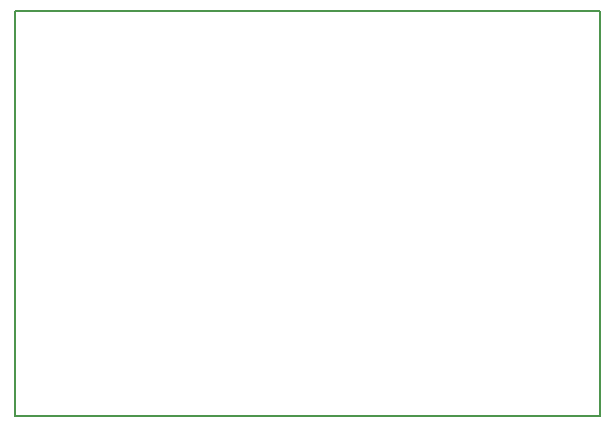
<source format=gbr>
G04 DipTrace 2.4.0.2*
%INBoardOutline.gbr*%
%MOIN*%
%ADD11C,0.0055*%
%FSLAX44Y44*%
G04*
G70*
G90*
G75*
G01*
%LNBoardOutline*%
%LPD*%
X3940Y3940D2*
D11*
X23440D1*
Y17440D1*
X3940D1*
Y3940D1*
M02*

</source>
